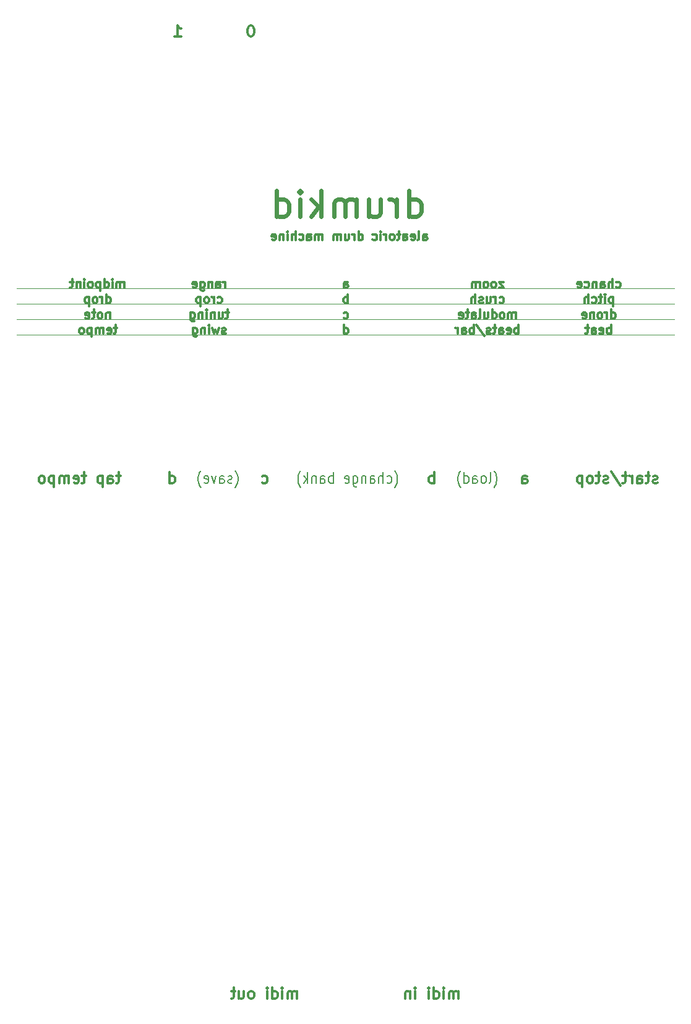
<source format=gbr>
G04 #@! TF.GenerationSoftware,KiCad,Pcbnew,(5.1.5)-3*
G04 #@! TF.CreationDate,2020-04-22T17:09:55+01:00*
G04 #@! TF.ProjectId,drumkid,6472756d-6b69-4642-9e6b-696361645f70,rev?*
G04 #@! TF.SameCoordinates,Original*
G04 #@! TF.FileFunction,Legend,Bot*
G04 #@! TF.FilePolarity,Positive*
%FSLAX46Y46*%
G04 Gerber Fmt 4.6, Leading zero omitted, Abs format (unit mm)*
G04 Created by KiCad (PCBNEW (5.1.5)-3) date 2020-04-22 17:09:55*
%MOMM*%
%LPD*%
G04 APERTURE LIST*
%ADD10C,0.150000*%
%ADD11C,0.300000*%
%ADD12C,0.100000*%
%ADD13C,0.600000*%
G04 APERTURE END LIST*
D10*
X106688095Y-98370000D02*
X106750000Y-98298571D01*
X106873809Y-98084285D01*
X106935714Y-97941428D01*
X106997619Y-97727142D01*
X107059523Y-97370000D01*
X107059523Y-97084285D01*
X106997619Y-96727142D01*
X106935714Y-96512857D01*
X106873809Y-96370000D01*
X106750000Y-96155714D01*
X106688095Y-96084285D01*
X105635714Y-97727142D02*
X105759523Y-97798571D01*
X106007142Y-97798571D01*
X106130952Y-97727142D01*
X106192857Y-97655714D01*
X106254761Y-97512857D01*
X106254761Y-97084285D01*
X106192857Y-96941428D01*
X106130952Y-96870000D01*
X106007142Y-96798571D01*
X105759523Y-96798571D01*
X105635714Y-96870000D01*
X105078571Y-97798571D02*
X105078571Y-96298571D01*
X104521428Y-97798571D02*
X104521428Y-97012857D01*
X104583333Y-96870000D01*
X104707142Y-96798571D01*
X104892857Y-96798571D01*
X105016666Y-96870000D01*
X105078571Y-96941428D01*
X103345238Y-97798571D02*
X103345238Y-97012857D01*
X103407142Y-96870000D01*
X103530952Y-96798571D01*
X103778571Y-96798571D01*
X103902380Y-96870000D01*
X103345238Y-97727142D02*
X103469047Y-97798571D01*
X103778571Y-97798571D01*
X103902380Y-97727142D01*
X103964285Y-97584285D01*
X103964285Y-97441428D01*
X103902380Y-97298571D01*
X103778571Y-97227142D01*
X103469047Y-97227142D01*
X103345238Y-97155714D01*
X102726190Y-96798571D02*
X102726190Y-97798571D01*
X102726190Y-96941428D02*
X102664285Y-96870000D01*
X102540476Y-96798571D01*
X102354761Y-96798571D01*
X102230952Y-96870000D01*
X102169047Y-97012857D01*
X102169047Y-97798571D01*
X100992857Y-96798571D02*
X100992857Y-98012857D01*
X101054761Y-98155714D01*
X101116666Y-98227142D01*
X101240476Y-98298571D01*
X101426190Y-98298571D01*
X101550000Y-98227142D01*
X100992857Y-97727142D02*
X101116666Y-97798571D01*
X101364285Y-97798571D01*
X101488095Y-97727142D01*
X101550000Y-97655714D01*
X101611904Y-97512857D01*
X101611904Y-97084285D01*
X101550000Y-96941428D01*
X101488095Y-96870000D01*
X101364285Y-96798571D01*
X101116666Y-96798571D01*
X100992857Y-96870000D01*
X99878571Y-97727142D02*
X100002380Y-97798571D01*
X100250000Y-97798571D01*
X100373809Y-97727142D01*
X100435714Y-97584285D01*
X100435714Y-97012857D01*
X100373809Y-96870000D01*
X100250000Y-96798571D01*
X100002380Y-96798571D01*
X99878571Y-96870000D01*
X99816666Y-97012857D01*
X99816666Y-97155714D01*
X100435714Y-97298571D01*
X98269047Y-97798571D02*
X98269047Y-96298571D01*
X98269047Y-96870000D02*
X98145238Y-96798571D01*
X97897619Y-96798571D01*
X97773809Y-96870000D01*
X97711904Y-96941428D01*
X97650000Y-97084285D01*
X97650000Y-97512857D01*
X97711904Y-97655714D01*
X97773809Y-97727142D01*
X97897619Y-97798571D01*
X98145238Y-97798571D01*
X98269047Y-97727142D01*
X96535714Y-97798571D02*
X96535714Y-97012857D01*
X96597619Y-96870000D01*
X96721428Y-96798571D01*
X96969047Y-96798571D01*
X97092857Y-96870000D01*
X96535714Y-97727142D02*
X96659523Y-97798571D01*
X96969047Y-97798571D01*
X97092857Y-97727142D01*
X97154761Y-97584285D01*
X97154761Y-97441428D01*
X97092857Y-97298571D01*
X96969047Y-97227142D01*
X96659523Y-97227142D01*
X96535714Y-97155714D01*
X95916666Y-96798571D02*
X95916666Y-97798571D01*
X95916666Y-96941428D02*
X95854761Y-96870000D01*
X95730952Y-96798571D01*
X95545238Y-96798571D01*
X95421428Y-96870000D01*
X95359523Y-97012857D01*
X95359523Y-97798571D01*
X94740476Y-97798571D02*
X94740476Y-96298571D01*
X94616666Y-97227142D02*
X94245238Y-97798571D01*
X94245238Y-96798571D02*
X94740476Y-97370000D01*
X93811904Y-98370000D02*
X93750000Y-98298571D01*
X93626190Y-98084285D01*
X93564285Y-97941428D01*
X93502380Y-97727142D01*
X93440476Y-97370000D01*
X93440476Y-97084285D01*
X93502380Y-96727142D01*
X93564285Y-96512857D01*
X93626190Y-96370000D01*
X93750000Y-96155714D01*
X93811904Y-96084285D01*
X84852380Y-98370000D02*
X84914285Y-98298571D01*
X85038095Y-98084285D01*
X85100000Y-97941428D01*
X85161904Y-97727142D01*
X85223809Y-97370000D01*
X85223809Y-97084285D01*
X85161904Y-96727142D01*
X85100000Y-96512857D01*
X85038095Y-96370000D01*
X84914285Y-96155714D01*
X84852380Y-96084285D01*
X84419047Y-97727142D02*
X84295238Y-97798571D01*
X84047619Y-97798571D01*
X83923809Y-97727142D01*
X83861904Y-97584285D01*
X83861904Y-97512857D01*
X83923809Y-97370000D01*
X84047619Y-97298571D01*
X84233333Y-97298571D01*
X84357142Y-97227142D01*
X84419047Y-97084285D01*
X84419047Y-97012857D01*
X84357142Y-96870000D01*
X84233333Y-96798571D01*
X84047619Y-96798571D01*
X83923809Y-96870000D01*
X82747619Y-97798571D02*
X82747619Y-97012857D01*
X82809523Y-96870000D01*
X82933333Y-96798571D01*
X83180952Y-96798571D01*
X83304761Y-96870000D01*
X82747619Y-97727142D02*
X82871428Y-97798571D01*
X83180952Y-97798571D01*
X83304761Y-97727142D01*
X83366666Y-97584285D01*
X83366666Y-97441428D01*
X83304761Y-97298571D01*
X83180952Y-97227142D01*
X82871428Y-97227142D01*
X82747619Y-97155714D01*
X82252380Y-96798571D02*
X81942857Y-97798571D01*
X81633333Y-96798571D01*
X80642857Y-97727142D02*
X80766666Y-97798571D01*
X81014285Y-97798571D01*
X81138095Y-97727142D01*
X81200000Y-97584285D01*
X81200000Y-97012857D01*
X81138095Y-96870000D01*
X81014285Y-96798571D01*
X80766666Y-96798571D01*
X80642857Y-96870000D01*
X80580952Y-97012857D01*
X80580952Y-97155714D01*
X81200000Y-97298571D01*
X80147619Y-98370000D02*
X80085714Y-98298571D01*
X79961904Y-98084285D01*
X79900000Y-97941428D01*
X79838095Y-97727142D01*
X79776190Y-97370000D01*
X79776190Y-97084285D01*
X79838095Y-96727142D01*
X79900000Y-96512857D01*
X79961904Y-96370000D01*
X80085714Y-96155714D01*
X80147619Y-96084285D01*
X120290476Y-98370000D02*
X120352380Y-98298571D01*
X120476190Y-98084285D01*
X120538095Y-97941428D01*
X120600000Y-97727142D01*
X120661904Y-97370000D01*
X120661904Y-97084285D01*
X120600000Y-96727142D01*
X120538095Y-96512857D01*
X120476190Y-96370000D01*
X120352380Y-96155714D01*
X120290476Y-96084285D01*
X119609523Y-97798571D02*
X119733333Y-97727142D01*
X119795238Y-97584285D01*
X119795238Y-96298571D01*
X118928571Y-97798571D02*
X119052380Y-97727142D01*
X119114285Y-97655714D01*
X119176190Y-97512857D01*
X119176190Y-97084285D01*
X119114285Y-96941428D01*
X119052380Y-96870000D01*
X118928571Y-96798571D01*
X118742857Y-96798571D01*
X118619047Y-96870000D01*
X118557142Y-96941428D01*
X118495238Y-97084285D01*
X118495238Y-97512857D01*
X118557142Y-97655714D01*
X118619047Y-97727142D01*
X118742857Y-97798571D01*
X118928571Y-97798571D01*
X117380952Y-97798571D02*
X117380952Y-97012857D01*
X117442857Y-96870000D01*
X117566666Y-96798571D01*
X117814285Y-96798571D01*
X117938095Y-96870000D01*
X117380952Y-97727142D02*
X117504761Y-97798571D01*
X117814285Y-97798571D01*
X117938095Y-97727142D01*
X118000000Y-97584285D01*
X118000000Y-97441428D01*
X117938095Y-97298571D01*
X117814285Y-97227142D01*
X117504761Y-97227142D01*
X117380952Y-97155714D01*
X116204761Y-97798571D02*
X116204761Y-96298571D01*
X116204761Y-97727142D02*
X116328571Y-97798571D01*
X116576190Y-97798571D01*
X116700000Y-97727142D01*
X116761904Y-97655714D01*
X116823809Y-97512857D01*
X116823809Y-97084285D01*
X116761904Y-96941428D01*
X116700000Y-96870000D01*
X116576190Y-96798571D01*
X116328571Y-96798571D01*
X116204761Y-96870000D01*
X115709523Y-98370000D02*
X115647619Y-98298571D01*
X115523809Y-98084285D01*
X115461904Y-97941428D01*
X115400000Y-97727142D01*
X115338095Y-97370000D01*
X115338095Y-97084285D01*
X115400000Y-96727142D01*
X115461904Y-96512857D01*
X115523809Y-96370000D01*
X115647619Y-96155714D01*
X115709523Y-96084285D01*
D11*
X99742857Y-71052857D02*
X99742857Y-70424285D01*
X99800000Y-70310000D01*
X99914285Y-70252857D01*
X100142857Y-70252857D01*
X100257142Y-70310000D01*
X99742857Y-70995714D02*
X99857142Y-71052857D01*
X100142857Y-71052857D01*
X100257142Y-70995714D01*
X100314285Y-70881428D01*
X100314285Y-70767142D01*
X100257142Y-70652857D01*
X100142857Y-70595714D01*
X99857142Y-70595714D01*
X99742857Y-70538571D01*
X100257142Y-73152857D02*
X100257142Y-71952857D01*
X100257142Y-72410000D02*
X100142857Y-72352857D01*
X99914285Y-72352857D01*
X99800000Y-72410000D01*
X99742857Y-72467142D01*
X99685714Y-72581428D01*
X99685714Y-72924285D01*
X99742857Y-73038571D01*
X99800000Y-73095714D01*
X99914285Y-73152857D01*
X100142857Y-73152857D01*
X100257142Y-73095714D01*
X99714285Y-75195714D02*
X99828571Y-75252857D01*
X100057142Y-75252857D01*
X100171428Y-75195714D01*
X100228571Y-75138571D01*
X100285714Y-75024285D01*
X100285714Y-74681428D01*
X100228571Y-74567142D01*
X100171428Y-74510000D01*
X100057142Y-74452857D01*
X99828571Y-74452857D01*
X99714285Y-74510000D01*
X99742857Y-77352857D02*
X99742857Y-76152857D01*
X99742857Y-77295714D02*
X99857142Y-77352857D01*
X100085714Y-77352857D01*
X100200000Y-77295714D01*
X100257142Y-77238571D01*
X100314285Y-77124285D01*
X100314285Y-76781428D01*
X100257142Y-76667142D01*
X100200000Y-76610000D01*
X100085714Y-76552857D01*
X99857142Y-76552857D01*
X99742857Y-76610000D01*
D12*
X144932400Y-77470000D02*
X54991000Y-77470000D01*
X144932400Y-75387200D02*
X54991000Y-75387200D01*
X144932400Y-71170800D02*
X54991000Y-71170800D01*
X144932400Y-73279000D02*
X54965600Y-73279000D01*
D11*
X69640000Y-71052857D02*
X69640000Y-70252857D01*
X69640000Y-70367142D02*
X69582857Y-70310000D01*
X69468571Y-70252857D01*
X69297142Y-70252857D01*
X69182857Y-70310000D01*
X69125714Y-70424285D01*
X69125714Y-71052857D01*
X69125714Y-70424285D02*
X69068571Y-70310000D01*
X68954285Y-70252857D01*
X68782857Y-70252857D01*
X68668571Y-70310000D01*
X68611428Y-70424285D01*
X68611428Y-71052857D01*
X68040000Y-71052857D02*
X68040000Y-70252857D01*
X68040000Y-69852857D02*
X68097142Y-69910000D01*
X68040000Y-69967142D01*
X67982857Y-69910000D01*
X68040000Y-69852857D01*
X68040000Y-69967142D01*
X66954285Y-71052857D02*
X66954285Y-69852857D01*
X66954285Y-70995714D02*
X67068571Y-71052857D01*
X67297142Y-71052857D01*
X67411428Y-70995714D01*
X67468571Y-70938571D01*
X67525714Y-70824285D01*
X67525714Y-70481428D01*
X67468571Y-70367142D01*
X67411428Y-70310000D01*
X67297142Y-70252857D01*
X67068571Y-70252857D01*
X66954285Y-70310000D01*
X66382857Y-70252857D02*
X66382857Y-71452857D01*
X66382857Y-70310000D02*
X66268571Y-70252857D01*
X66040000Y-70252857D01*
X65925714Y-70310000D01*
X65868571Y-70367142D01*
X65811428Y-70481428D01*
X65811428Y-70824285D01*
X65868571Y-70938571D01*
X65925714Y-70995714D01*
X66040000Y-71052857D01*
X66268571Y-71052857D01*
X66382857Y-70995714D01*
X65125714Y-71052857D02*
X65240000Y-70995714D01*
X65297142Y-70938571D01*
X65354285Y-70824285D01*
X65354285Y-70481428D01*
X65297142Y-70367142D01*
X65240000Y-70310000D01*
X65125714Y-70252857D01*
X64954285Y-70252857D01*
X64840000Y-70310000D01*
X64782857Y-70367142D01*
X64725714Y-70481428D01*
X64725714Y-70824285D01*
X64782857Y-70938571D01*
X64840000Y-70995714D01*
X64954285Y-71052857D01*
X65125714Y-71052857D01*
X64211428Y-71052857D02*
X64211428Y-70252857D01*
X64211428Y-69852857D02*
X64268571Y-69910000D01*
X64211428Y-69967142D01*
X64154285Y-69910000D01*
X64211428Y-69852857D01*
X64211428Y-69967142D01*
X63640000Y-70252857D02*
X63640000Y-71052857D01*
X63640000Y-70367142D02*
X63582857Y-70310000D01*
X63468571Y-70252857D01*
X63297142Y-70252857D01*
X63182857Y-70310000D01*
X63125714Y-70424285D01*
X63125714Y-71052857D01*
X62725714Y-70252857D02*
X62268571Y-70252857D01*
X62554285Y-69852857D02*
X62554285Y-70881428D01*
X62497142Y-70995714D01*
X62382857Y-71052857D01*
X62268571Y-71052857D01*
X67240000Y-73152857D02*
X67240000Y-71952857D01*
X67240000Y-73095714D02*
X67354285Y-73152857D01*
X67582857Y-73152857D01*
X67697142Y-73095714D01*
X67754285Y-73038571D01*
X67811428Y-72924285D01*
X67811428Y-72581428D01*
X67754285Y-72467142D01*
X67697142Y-72410000D01*
X67582857Y-72352857D01*
X67354285Y-72352857D01*
X67240000Y-72410000D01*
X66668571Y-73152857D02*
X66668571Y-72352857D01*
X66668571Y-72581428D02*
X66611428Y-72467142D01*
X66554285Y-72410000D01*
X66440000Y-72352857D01*
X66325714Y-72352857D01*
X65754285Y-73152857D02*
X65868571Y-73095714D01*
X65925714Y-73038571D01*
X65982857Y-72924285D01*
X65982857Y-72581428D01*
X65925714Y-72467142D01*
X65868571Y-72410000D01*
X65754285Y-72352857D01*
X65582857Y-72352857D01*
X65468571Y-72410000D01*
X65411428Y-72467142D01*
X65354285Y-72581428D01*
X65354285Y-72924285D01*
X65411428Y-73038571D01*
X65468571Y-73095714D01*
X65582857Y-73152857D01*
X65754285Y-73152857D01*
X64840000Y-72352857D02*
X64840000Y-73552857D01*
X64840000Y-72410000D02*
X64725714Y-72352857D01*
X64497142Y-72352857D01*
X64382857Y-72410000D01*
X64325714Y-72467142D01*
X64268571Y-72581428D01*
X64268571Y-72924285D01*
X64325714Y-73038571D01*
X64382857Y-73095714D01*
X64497142Y-73152857D01*
X64725714Y-73152857D01*
X64840000Y-73095714D01*
X67697142Y-74452857D02*
X67697142Y-75252857D01*
X67697142Y-74567142D02*
X67640000Y-74510000D01*
X67525714Y-74452857D01*
X67354285Y-74452857D01*
X67240000Y-74510000D01*
X67182857Y-74624285D01*
X67182857Y-75252857D01*
X66440000Y-75252857D02*
X66554285Y-75195714D01*
X66611428Y-75138571D01*
X66668571Y-75024285D01*
X66668571Y-74681428D01*
X66611428Y-74567142D01*
X66554285Y-74510000D01*
X66440000Y-74452857D01*
X66268571Y-74452857D01*
X66154285Y-74510000D01*
X66097142Y-74567142D01*
X66040000Y-74681428D01*
X66040000Y-75024285D01*
X66097142Y-75138571D01*
X66154285Y-75195714D01*
X66268571Y-75252857D01*
X66440000Y-75252857D01*
X65697142Y-74452857D02*
X65240000Y-74452857D01*
X65525714Y-74052857D02*
X65525714Y-75081428D01*
X65468571Y-75195714D01*
X65354285Y-75252857D01*
X65240000Y-75252857D01*
X64382857Y-75195714D02*
X64497142Y-75252857D01*
X64725714Y-75252857D01*
X64840000Y-75195714D01*
X64897142Y-75081428D01*
X64897142Y-74624285D01*
X64840000Y-74510000D01*
X64725714Y-74452857D01*
X64497142Y-74452857D01*
X64382857Y-74510000D01*
X64325714Y-74624285D01*
X64325714Y-74738571D01*
X64897142Y-74852857D01*
X68668571Y-76552857D02*
X68211428Y-76552857D01*
X68497142Y-76152857D02*
X68497142Y-77181428D01*
X68440000Y-77295714D01*
X68325714Y-77352857D01*
X68211428Y-77352857D01*
X67354285Y-77295714D02*
X67468571Y-77352857D01*
X67697142Y-77352857D01*
X67811428Y-77295714D01*
X67868571Y-77181428D01*
X67868571Y-76724285D01*
X67811428Y-76610000D01*
X67697142Y-76552857D01*
X67468571Y-76552857D01*
X67354285Y-76610000D01*
X67297142Y-76724285D01*
X67297142Y-76838571D01*
X67868571Y-76952857D01*
X66782857Y-77352857D02*
X66782857Y-76552857D01*
X66782857Y-76667142D02*
X66725714Y-76610000D01*
X66611428Y-76552857D01*
X66440000Y-76552857D01*
X66325714Y-76610000D01*
X66268571Y-76724285D01*
X66268571Y-77352857D01*
X66268571Y-76724285D02*
X66211428Y-76610000D01*
X66097142Y-76552857D01*
X65925714Y-76552857D01*
X65811428Y-76610000D01*
X65754285Y-76724285D01*
X65754285Y-77352857D01*
X65182857Y-76552857D02*
X65182857Y-77752857D01*
X65182857Y-76610000D02*
X65068571Y-76552857D01*
X64840000Y-76552857D01*
X64725714Y-76610000D01*
X64668571Y-76667142D01*
X64611428Y-76781428D01*
X64611428Y-77124285D01*
X64668571Y-77238571D01*
X64725714Y-77295714D01*
X64840000Y-77352857D01*
X65068571Y-77352857D01*
X65182857Y-77295714D01*
X63925714Y-77352857D02*
X64040000Y-77295714D01*
X64097142Y-77238571D01*
X64154285Y-77124285D01*
X64154285Y-76781428D01*
X64097142Y-76667142D01*
X64040000Y-76610000D01*
X63925714Y-76552857D01*
X63754285Y-76552857D01*
X63640000Y-76610000D01*
X63582857Y-76667142D01*
X63525714Y-76781428D01*
X63525714Y-77124285D01*
X63582857Y-77238571D01*
X63640000Y-77295714D01*
X63754285Y-77352857D01*
X63925714Y-77352857D01*
X83508571Y-71052857D02*
X83508571Y-70252857D01*
X83508571Y-70481428D02*
X83451428Y-70367142D01*
X83394285Y-70310000D01*
X83280000Y-70252857D01*
X83165714Y-70252857D01*
X82251428Y-71052857D02*
X82251428Y-70424285D01*
X82308571Y-70310000D01*
X82422857Y-70252857D01*
X82651428Y-70252857D01*
X82765714Y-70310000D01*
X82251428Y-70995714D02*
X82365714Y-71052857D01*
X82651428Y-71052857D01*
X82765714Y-70995714D01*
X82822857Y-70881428D01*
X82822857Y-70767142D01*
X82765714Y-70652857D01*
X82651428Y-70595714D01*
X82365714Y-70595714D01*
X82251428Y-70538571D01*
X81680000Y-70252857D02*
X81680000Y-71052857D01*
X81680000Y-70367142D02*
X81622857Y-70310000D01*
X81508571Y-70252857D01*
X81337142Y-70252857D01*
X81222857Y-70310000D01*
X81165714Y-70424285D01*
X81165714Y-71052857D01*
X80080000Y-70252857D02*
X80080000Y-71224285D01*
X80137142Y-71338571D01*
X80194285Y-71395714D01*
X80308571Y-71452857D01*
X80480000Y-71452857D01*
X80594285Y-71395714D01*
X80080000Y-70995714D02*
X80194285Y-71052857D01*
X80422857Y-71052857D01*
X80537142Y-70995714D01*
X80594285Y-70938571D01*
X80651428Y-70824285D01*
X80651428Y-70481428D01*
X80594285Y-70367142D01*
X80537142Y-70310000D01*
X80422857Y-70252857D01*
X80194285Y-70252857D01*
X80080000Y-70310000D01*
X79051428Y-70995714D02*
X79165714Y-71052857D01*
X79394285Y-71052857D01*
X79508571Y-70995714D01*
X79565714Y-70881428D01*
X79565714Y-70424285D01*
X79508571Y-70310000D01*
X79394285Y-70252857D01*
X79165714Y-70252857D01*
X79051428Y-70310000D01*
X78994285Y-70424285D01*
X78994285Y-70538571D01*
X79565714Y-70652857D01*
X82451428Y-73095714D02*
X82565714Y-73152857D01*
X82794285Y-73152857D01*
X82908571Y-73095714D01*
X82965714Y-73038571D01*
X83022857Y-72924285D01*
X83022857Y-72581428D01*
X82965714Y-72467142D01*
X82908571Y-72410000D01*
X82794285Y-72352857D01*
X82565714Y-72352857D01*
X82451428Y-72410000D01*
X81937142Y-73152857D02*
X81937142Y-72352857D01*
X81937142Y-72581428D02*
X81880000Y-72467142D01*
X81822857Y-72410000D01*
X81708571Y-72352857D01*
X81594285Y-72352857D01*
X81022857Y-73152857D02*
X81137142Y-73095714D01*
X81194285Y-73038571D01*
X81251428Y-72924285D01*
X81251428Y-72581428D01*
X81194285Y-72467142D01*
X81137142Y-72410000D01*
X81022857Y-72352857D01*
X80851428Y-72352857D01*
X80737142Y-72410000D01*
X80680000Y-72467142D01*
X80622857Y-72581428D01*
X80622857Y-72924285D01*
X80680000Y-73038571D01*
X80737142Y-73095714D01*
X80851428Y-73152857D01*
X81022857Y-73152857D01*
X80108571Y-72352857D02*
X80108571Y-73552857D01*
X80108571Y-72410000D02*
X79994285Y-72352857D01*
X79765714Y-72352857D01*
X79651428Y-72410000D01*
X79594285Y-72467142D01*
X79537142Y-72581428D01*
X79537142Y-72924285D01*
X79594285Y-73038571D01*
X79651428Y-73095714D01*
X79765714Y-73152857D01*
X79994285Y-73152857D01*
X80108571Y-73095714D01*
X83965714Y-74452857D02*
X83508571Y-74452857D01*
X83794285Y-74052857D02*
X83794285Y-75081428D01*
X83737142Y-75195714D01*
X83622857Y-75252857D01*
X83508571Y-75252857D01*
X82594285Y-74452857D02*
X82594285Y-75252857D01*
X83108571Y-74452857D02*
X83108571Y-75081428D01*
X83051428Y-75195714D01*
X82937142Y-75252857D01*
X82765714Y-75252857D01*
X82651428Y-75195714D01*
X82594285Y-75138571D01*
X82022857Y-74452857D02*
X82022857Y-75252857D01*
X82022857Y-74567142D02*
X81965714Y-74510000D01*
X81851428Y-74452857D01*
X81680000Y-74452857D01*
X81565714Y-74510000D01*
X81508571Y-74624285D01*
X81508571Y-75252857D01*
X80937142Y-75252857D02*
X80937142Y-74452857D01*
X80937142Y-74052857D02*
X80994285Y-74110000D01*
X80937142Y-74167142D01*
X80880000Y-74110000D01*
X80937142Y-74052857D01*
X80937142Y-74167142D01*
X80365714Y-74452857D02*
X80365714Y-75252857D01*
X80365714Y-74567142D02*
X80308571Y-74510000D01*
X80194285Y-74452857D01*
X80022857Y-74452857D01*
X79908571Y-74510000D01*
X79851428Y-74624285D01*
X79851428Y-75252857D01*
X78765714Y-74452857D02*
X78765714Y-75424285D01*
X78822857Y-75538571D01*
X78880000Y-75595714D01*
X78994285Y-75652857D01*
X79165714Y-75652857D01*
X79280000Y-75595714D01*
X78765714Y-75195714D02*
X78880000Y-75252857D01*
X79108571Y-75252857D01*
X79222857Y-75195714D01*
X79280000Y-75138571D01*
X79337142Y-75024285D01*
X79337142Y-74681428D01*
X79280000Y-74567142D01*
X79222857Y-74510000D01*
X79108571Y-74452857D01*
X78880000Y-74452857D01*
X78765714Y-74510000D01*
X83537142Y-77295714D02*
X83422857Y-77352857D01*
X83194285Y-77352857D01*
X83080000Y-77295714D01*
X83022857Y-77181428D01*
X83022857Y-77124285D01*
X83080000Y-77010000D01*
X83194285Y-76952857D01*
X83365714Y-76952857D01*
X83480000Y-76895714D01*
X83537142Y-76781428D01*
X83537142Y-76724285D01*
X83480000Y-76610000D01*
X83365714Y-76552857D01*
X83194285Y-76552857D01*
X83080000Y-76610000D01*
X82622857Y-76552857D02*
X82394285Y-77352857D01*
X82165714Y-76781428D01*
X81937142Y-77352857D01*
X81708571Y-76552857D01*
X81251428Y-77352857D02*
X81251428Y-76552857D01*
X81251428Y-76152857D02*
X81308571Y-76210000D01*
X81251428Y-76267142D01*
X81194285Y-76210000D01*
X81251428Y-76152857D01*
X81251428Y-76267142D01*
X80680000Y-76552857D02*
X80680000Y-77352857D01*
X80680000Y-76667142D02*
X80622857Y-76610000D01*
X80508571Y-76552857D01*
X80337142Y-76552857D01*
X80222857Y-76610000D01*
X80165714Y-76724285D01*
X80165714Y-77352857D01*
X79080000Y-76552857D02*
X79080000Y-77524285D01*
X79137142Y-77638571D01*
X79194285Y-77695714D01*
X79308571Y-77752857D01*
X79480000Y-77752857D01*
X79594285Y-77695714D01*
X79080000Y-77295714D02*
X79194285Y-77352857D01*
X79422857Y-77352857D01*
X79537142Y-77295714D01*
X79594285Y-77238571D01*
X79651428Y-77124285D01*
X79651428Y-76781428D01*
X79594285Y-76667142D01*
X79537142Y-76610000D01*
X79422857Y-76552857D01*
X79194285Y-76552857D01*
X79080000Y-76610000D01*
X121580000Y-70252857D02*
X120951428Y-70252857D01*
X121580000Y-71052857D01*
X120951428Y-71052857D01*
X120322857Y-71052857D02*
X120437142Y-70995714D01*
X120494285Y-70938571D01*
X120551428Y-70824285D01*
X120551428Y-70481428D01*
X120494285Y-70367142D01*
X120437142Y-70310000D01*
X120322857Y-70252857D01*
X120151428Y-70252857D01*
X120037142Y-70310000D01*
X119980000Y-70367142D01*
X119922857Y-70481428D01*
X119922857Y-70824285D01*
X119980000Y-70938571D01*
X120037142Y-70995714D01*
X120151428Y-71052857D01*
X120322857Y-71052857D01*
X119237142Y-71052857D02*
X119351428Y-70995714D01*
X119408571Y-70938571D01*
X119465714Y-70824285D01*
X119465714Y-70481428D01*
X119408571Y-70367142D01*
X119351428Y-70310000D01*
X119237142Y-70252857D01*
X119065714Y-70252857D01*
X118951428Y-70310000D01*
X118894285Y-70367142D01*
X118837142Y-70481428D01*
X118837142Y-70824285D01*
X118894285Y-70938571D01*
X118951428Y-70995714D01*
X119065714Y-71052857D01*
X119237142Y-71052857D01*
X118322857Y-71052857D02*
X118322857Y-70252857D01*
X118322857Y-70367142D02*
X118265714Y-70310000D01*
X118151428Y-70252857D01*
X117980000Y-70252857D01*
X117865714Y-70310000D01*
X117808571Y-70424285D01*
X117808571Y-71052857D01*
X117808571Y-70424285D02*
X117751428Y-70310000D01*
X117637142Y-70252857D01*
X117465714Y-70252857D01*
X117351428Y-70310000D01*
X117294285Y-70424285D01*
X117294285Y-71052857D01*
X121037142Y-73095714D02*
X121151428Y-73152857D01*
X121380000Y-73152857D01*
X121494285Y-73095714D01*
X121551428Y-73038571D01*
X121608571Y-72924285D01*
X121608571Y-72581428D01*
X121551428Y-72467142D01*
X121494285Y-72410000D01*
X121380000Y-72352857D01*
X121151428Y-72352857D01*
X121037142Y-72410000D01*
X120522857Y-73152857D02*
X120522857Y-72352857D01*
X120522857Y-72581428D02*
X120465714Y-72467142D01*
X120408571Y-72410000D01*
X120294285Y-72352857D01*
X120180000Y-72352857D01*
X119265714Y-72352857D02*
X119265714Y-73152857D01*
X119780000Y-72352857D02*
X119780000Y-72981428D01*
X119722857Y-73095714D01*
X119608571Y-73152857D01*
X119437142Y-73152857D01*
X119322857Y-73095714D01*
X119265714Y-73038571D01*
X118751428Y-73095714D02*
X118637142Y-73152857D01*
X118408571Y-73152857D01*
X118294285Y-73095714D01*
X118237142Y-72981428D01*
X118237142Y-72924285D01*
X118294285Y-72810000D01*
X118408571Y-72752857D01*
X118580000Y-72752857D01*
X118694285Y-72695714D01*
X118751428Y-72581428D01*
X118751428Y-72524285D01*
X118694285Y-72410000D01*
X118580000Y-72352857D01*
X118408571Y-72352857D01*
X118294285Y-72410000D01*
X117722857Y-73152857D02*
X117722857Y-71952857D01*
X117208571Y-73152857D02*
X117208571Y-72524285D01*
X117265714Y-72410000D01*
X117380000Y-72352857D01*
X117551428Y-72352857D01*
X117665714Y-72410000D01*
X117722857Y-72467142D01*
X123237142Y-75252857D02*
X123237142Y-74452857D01*
X123237142Y-74567142D02*
X123180000Y-74510000D01*
X123065714Y-74452857D01*
X122894285Y-74452857D01*
X122780000Y-74510000D01*
X122722857Y-74624285D01*
X122722857Y-75252857D01*
X122722857Y-74624285D02*
X122665714Y-74510000D01*
X122551428Y-74452857D01*
X122380000Y-74452857D01*
X122265714Y-74510000D01*
X122208571Y-74624285D01*
X122208571Y-75252857D01*
X121465714Y-75252857D02*
X121580000Y-75195714D01*
X121637142Y-75138571D01*
X121694285Y-75024285D01*
X121694285Y-74681428D01*
X121637142Y-74567142D01*
X121580000Y-74510000D01*
X121465714Y-74452857D01*
X121294285Y-74452857D01*
X121180000Y-74510000D01*
X121122857Y-74567142D01*
X121065714Y-74681428D01*
X121065714Y-75024285D01*
X121122857Y-75138571D01*
X121180000Y-75195714D01*
X121294285Y-75252857D01*
X121465714Y-75252857D01*
X120037142Y-75252857D02*
X120037142Y-74052857D01*
X120037142Y-75195714D02*
X120151428Y-75252857D01*
X120380000Y-75252857D01*
X120494285Y-75195714D01*
X120551428Y-75138571D01*
X120608571Y-75024285D01*
X120608571Y-74681428D01*
X120551428Y-74567142D01*
X120494285Y-74510000D01*
X120380000Y-74452857D01*
X120151428Y-74452857D01*
X120037142Y-74510000D01*
X118951428Y-74452857D02*
X118951428Y-75252857D01*
X119465714Y-74452857D02*
X119465714Y-75081428D01*
X119408571Y-75195714D01*
X119294285Y-75252857D01*
X119122857Y-75252857D01*
X119008571Y-75195714D01*
X118951428Y-75138571D01*
X118208571Y-75252857D02*
X118322857Y-75195714D01*
X118380000Y-75081428D01*
X118380000Y-74052857D01*
X117237142Y-75252857D02*
X117237142Y-74624285D01*
X117294285Y-74510000D01*
X117408571Y-74452857D01*
X117637142Y-74452857D01*
X117751428Y-74510000D01*
X117237142Y-75195714D02*
X117351428Y-75252857D01*
X117637142Y-75252857D01*
X117751428Y-75195714D01*
X117808571Y-75081428D01*
X117808571Y-74967142D01*
X117751428Y-74852857D01*
X117637142Y-74795714D01*
X117351428Y-74795714D01*
X117237142Y-74738571D01*
X116837142Y-74452857D02*
X116380000Y-74452857D01*
X116665714Y-74052857D02*
X116665714Y-75081428D01*
X116608571Y-75195714D01*
X116494285Y-75252857D01*
X116380000Y-75252857D01*
X115522857Y-75195714D02*
X115637142Y-75252857D01*
X115865714Y-75252857D01*
X115980000Y-75195714D01*
X116037142Y-75081428D01*
X116037142Y-74624285D01*
X115980000Y-74510000D01*
X115865714Y-74452857D01*
X115637142Y-74452857D01*
X115522857Y-74510000D01*
X115465714Y-74624285D01*
X115465714Y-74738571D01*
X116037142Y-74852857D01*
X123608571Y-77352857D02*
X123608571Y-76152857D01*
X123608571Y-76610000D02*
X123494285Y-76552857D01*
X123265714Y-76552857D01*
X123151428Y-76610000D01*
X123094285Y-76667142D01*
X123037142Y-76781428D01*
X123037142Y-77124285D01*
X123094285Y-77238571D01*
X123151428Y-77295714D01*
X123265714Y-77352857D01*
X123494285Y-77352857D01*
X123608571Y-77295714D01*
X122065714Y-77295714D02*
X122180000Y-77352857D01*
X122408571Y-77352857D01*
X122522857Y-77295714D01*
X122580000Y-77181428D01*
X122580000Y-76724285D01*
X122522857Y-76610000D01*
X122408571Y-76552857D01*
X122180000Y-76552857D01*
X122065714Y-76610000D01*
X122008571Y-76724285D01*
X122008571Y-76838571D01*
X122580000Y-76952857D01*
X120980000Y-77352857D02*
X120980000Y-76724285D01*
X121037142Y-76610000D01*
X121151428Y-76552857D01*
X121380000Y-76552857D01*
X121494285Y-76610000D01*
X120980000Y-77295714D02*
X121094285Y-77352857D01*
X121380000Y-77352857D01*
X121494285Y-77295714D01*
X121551428Y-77181428D01*
X121551428Y-77067142D01*
X121494285Y-76952857D01*
X121380000Y-76895714D01*
X121094285Y-76895714D01*
X120980000Y-76838571D01*
X120580000Y-76552857D02*
X120122857Y-76552857D01*
X120408571Y-76152857D02*
X120408571Y-77181428D01*
X120351428Y-77295714D01*
X120237142Y-77352857D01*
X120122857Y-77352857D01*
X119780000Y-77295714D02*
X119665714Y-77352857D01*
X119437142Y-77352857D01*
X119322857Y-77295714D01*
X119265714Y-77181428D01*
X119265714Y-77124285D01*
X119322857Y-77010000D01*
X119437142Y-76952857D01*
X119608571Y-76952857D01*
X119722857Y-76895714D01*
X119780000Y-76781428D01*
X119780000Y-76724285D01*
X119722857Y-76610000D01*
X119608571Y-76552857D01*
X119437142Y-76552857D01*
X119322857Y-76610000D01*
X117894285Y-76095714D02*
X118922857Y-77638571D01*
X117494285Y-77352857D02*
X117494285Y-76152857D01*
X117494285Y-76610000D02*
X117380000Y-76552857D01*
X117151428Y-76552857D01*
X117037142Y-76610000D01*
X116980000Y-76667142D01*
X116922857Y-76781428D01*
X116922857Y-77124285D01*
X116980000Y-77238571D01*
X117037142Y-77295714D01*
X117151428Y-77352857D01*
X117380000Y-77352857D01*
X117494285Y-77295714D01*
X115894285Y-77352857D02*
X115894285Y-76724285D01*
X115951428Y-76610000D01*
X116065714Y-76552857D01*
X116294285Y-76552857D01*
X116408571Y-76610000D01*
X115894285Y-77295714D02*
X116008571Y-77352857D01*
X116294285Y-77352857D01*
X116408571Y-77295714D01*
X116465714Y-77181428D01*
X116465714Y-77067142D01*
X116408571Y-76952857D01*
X116294285Y-76895714D01*
X116008571Y-76895714D01*
X115894285Y-76838571D01*
X115322857Y-77352857D02*
X115322857Y-76552857D01*
X115322857Y-76781428D02*
X115265714Y-76667142D01*
X115208571Y-76610000D01*
X115094285Y-76552857D01*
X114980000Y-76552857D01*
X136991428Y-70995714D02*
X137105714Y-71052857D01*
X137334285Y-71052857D01*
X137448571Y-70995714D01*
X137505714Y-70938571D01*
X137562857Y-70824285D01*
X137562857Y-70481428D01*
X137505714Y-70367142D01*
X137448571Y-70310000D01*
X137334285Y-70252857D01*
X137105714Y-70252857D01*
X136991428Y-70310000D01*
X136477142Y-71052857D02*
X136477142Y-69852857D01*
X135962857Y-71052857D02*
X135962857Y-70424285D01*
X136020000Y-70310000D01*
X136134285Y-70252857D01*
X136305714Y-70252857D01*
X136420000Y-70310000D01*
X136477142Y-70367142D01*
X134877142Y-71052857D02*
X134877142Y-70424285D01*
X134934285Y-70310000D01*
X135048571Y-70252857D01*
X135277142Y-70252857D01*
X135391428Y-70310000D01*
X134877142Y-70995714D02*
X134991428Y-71052857D01*
X135277142Y-71052857D01*
X135391428Y-70995714D01*
X135448571Y-70881428D01*
X135448571Y-70767142D01*
X135391428Y-70652857D01*
X135277142Y-70595714D01*
X134991428Y-70595714D01*
X134877142Y-70538571D01*
X134305714Y-70252857D02*
X134305714Y-71052857D01*
X134305714Y-70367142D02*
X134248571Y-70310000D01*
X134134285Y-70252857D01*
X133962857Y-70252857D01*
X133848571Y-70310000D01*
X133791428Y-70424285D01*
X133791428Y-71052857D01*
X132705714Y-70995714D02*
X132820000Y-71052857D01*
X133048571Y-71052857D01*
X133162857Y-70995714D01*
X133220000Y-70938571D01*
X133277142Y-70824285D01*
X133277142Y-70481428D01*
X133220000Y-70367142D01*
X133162857Y-70310000D01*
X133048571Y-70252857D01*
X132820000Y-70252857D01*
X132705714Y-70310000D01*
X131734285Y-70995714D02*
X131848571Y-71052857D01*
X132077142Y-71052857D01*
X132191428Y-70995714D01*
X132248571Y-70881428D01*
X132248571Y-70424285D01*
X132191428Y-70310000D01*
X132077142Y-70252857D01*
X131848571Y-70252857D01*
X131734285Y-70310000D01*
X131677142Y-70424285D01*
X131677142Y-70538571D01*
X132248571Y-70652857D01*
X136562857Y-72352857D02*
X136562857Y-73552857D01*
X136562857Y-72410000D02*
X136448571Y-72352857D01*
X136220000Y-72352857D01*
X136105714Y-72410000D01*
X136048571Y-72467142D01*
X135991428Y-72581428D01*
X135991428Y-72924285D01*
X136048571Y-73038571D01*
X136105714Y-73095714D01*
X136220000Y-73152857D01*
X136448571Y-73152857D01*
X136562857Y-73095714D01*
X135477142Y-73152857D02*
X135477142Y-72352857D01*
X135477142Y-71952857D02*
X135534285Y-72010000D01*
X135477142Y-72067142D01*
X135420000Y-72010000D01*
X135477142Y-71952857D01*
X135477142Y-72067142D01*
X135077142Y-72352857D02*
X134620000Y-72352857D01*
X134905714Y-71952857D02*
X134905714Y-72981428D01*
X134848571Y-73095714D01*
X134734285Y-73152857D01*
X134620000Y-73152857D01*
X133705714Y-73095714D02*
X133820000Y-73152857D01*
X134048571Y-73152857D01*
X134162857Y-73095714D01*
X134220000Y-73038571D01*
X134277142Y-72924285D01*
X134277142Y-72581428D01*
X134220000Y-72467142D01*
X134162857Y-72410000D01*
X134048571Y-72352857D01*
X133820000Y-72352857D01*
X133705714Y-72410000D01*
X133191428Y-73152857D02*
X133191428Y-71952857D01*
X132677142Y-73152857D02*
X132677142Y-72524285D01*
X132734285Y-72410000D01*
X132848571Y-72352857D01*
X133020000Y-72352857D01*
X133134285Y-72410000D01*
X133191428Y-72467142D01*
X136334285Y-75252857D02*
X136334285Y-74052857D01*
X136334285Y-75195714D02*
X136448571Y-75252857D01*
X136677142Y-75252857D01*
X136791428Y-75195714D01*
X136848571Y-75138571D01*
X136905714Y-75024285D01*
X136905714Y-74681428D01*
X136848571Y-74567142D01*
X136791428Y-74510000D01*
X136677142Y-74452857D01*
X136448571Y-74452857D01*
X136334285Y-74510000D01*
X135762857Y-75252857D02*
X135762857Y-74452857D01*
X135762857Y-74681428D02*
X135705714Y-74567142D01*
X135648571Y-74510000D01*
X135534285Y-74452857D01*
X135420000Y-74452857D01*
X134848571Y-75252857D02*
X134962857Y-75195714D01*
X135020000Y-75138571D01*
X135077142Y-75024285D01*
X135077142Y-74681428D01*
X135020000Y-74567142D01*
X134962857Y-74510000D01*
X134848571Y-74452857D01*
X134677142Y-74452857D01*
X134562857Y-74510000D01*
X134505714Y-74567142D01*
X134448571Y-74681428D01*
X134448571Y-75024285D01*
X134505714Y-75138571D01*
X134562857Y-75195714D01*
X134677142Y-75252857D01*
X134848571Y-75252857D01*
X133934285Y-74452857D02*
X133934285Y-75252857D01*
X133934285Y-74567142D02*
X133877142Y-74510000D01*
X133762857Y-74452857D01*
X133591428Y-74452857D01*
X133477142Y-74510000D01*
X133420000Y-74624285D01*
X133420000Y-75252857D01*
X132391428Y-75195714D02*
X132505714Y-75252857D01*
X132734285Y-75252857D01*
X132848571Y-75195714D01*
X132905714Y-75081428D01*
X132905714Y-74624285D01*
X132848571Y-74510000D01*
X132734285Y-74452857D01*
X132505714Y-74452857D01*
X132391428Y-74510000D01*
X132334285Y-74624285D01*
X132334285Y-74738571D01*
X132905714Y-74852857D01*
X136277142Y-77352857D02*
X136277142Y-76152857D01*
X136277142Y-76610000D02*
X136162857Y-76552857D01*
X135934285Y-76552857D01*
X135820000Y-76610000D01*
X135762857Y-76667142D01*
X135705714Y-76781428D01*
X135705714Y-77124285D01*
X135762857Y-77238571D01*
X135820000Y-77295714D01*
X135934285Y-77352857D01*
X136162857Y-77352857D01*
X136277142Y-77295714D01*
X134734285Y-77295714D02*
X134848571Y-77352857D01*
X135077142Y-77352857D01*
X135191428Y-77295714D01*
X135248571Y-77181428D01*
X135248571Y-76724285D01*
X135191428Y-76610000D01*
X135077142Y-76552857D01*
X134848571Y-76552857D01*
X134734285Y-76610000D01*
X134677142Y-76724285D01*
X134677142Y-76838571D01*
X135248571Y-76952857D01*
X133648571Y-77352857D02*
X133648571Y-76724285D01*
X133705714Y-76610000D01*
X133820000Y-76552857D01*
X134048571Y-76552857D01*
X134162857Y-76610000D01*
X133648571Y-77295714D02*
X133762857Y-77352857D01*
X134048571Y-77352857D01*
X134162857Y-77295714D01*
X134220000Y-77181428D01*
X134220000Y-77067142D01*
X134162857Y-76952857D01*
X134048571Y-76895714D01*
X133762857Y-76895714D01*
X133648571Y-76838571D01*
X133248571Y-76552857D02*
X132791428Y-76552857D01*
X133077142Y-76152857D02*
X133077142Y-77181428D01*
X133020000Y-77295714D01*
X132905714Y-77352857D01*
X132791428Y-77352857D01*
D13*
X108644285Y-61318571D02*
X108644285Y-57718571D01*
X108644285Y-61147142D02*
X108987142Y-61318571D01*
X109672857Y-61318571D01*
X110015714Y-61147142D01*
X110187142Y-60975714D01*
X110358571Y-60632857D01*
X110358571Y-59604285D01*
X110187142Y-59261428D01*
X110015714Y-59090000D01*
X109672857Y-58918571D01*
X108987142Y-58918571D01*
X108644285Y-59090000D01*
X106930000Y-61318571D02*
X106930000Y-58918571D01*
X106930000Y-59604285D02*
X106758571Y-59261428D01*
X106587142Y-59090000D01*
X106244285Y-58918571D01*
X105901428Y-58918571D01*
X103158571Y-58918571D02*
X103158571Y-61318571D01*
X104701428Y-58918571D02*
X104701428Y-60804285D01*
X104530000Y-61147142D01*
X104187142Y-61318571D01*
X103672857Y-61318571D01*
X103330000Y-61147142D01*
X103158571Y-60975714D01*
X101444285Y-61318571D02*
X101444285Y-58918571D01*
X101444285Y-59261428D02*
X101272857Y-59090000D01*
X100930000Y-58918571D01*
X100415714Y-58918571D01*
X100072857Y-59090000D01*
X99901428Y-59432857D01*
X99901428Y-61318571D01*
X99901428Y-59432857D02*
X99730000Y-59090000D01*
X99387142Y-58918571D01*
X98872857Y-58918571D01*
X98530000Y-59090000D01*
X98358571Y-59432857D01*
X98358571Y-61318571D01*
X96644285Y-61318571D02*
X96644285Y-57718571D01*
X96301428Y-59947142D02*
X95272857Y-61318571D01*
X95272857Y-58918571D02*
X96644285Y-60290000D01*
X93730000Y-61318571D02*
X93730000Y-58918571D01*
X93730000Y-57718571D02*
X93901428Y-57890000D01*
X93730000Y-58061428D01*
X93558571Y-57890000D01*
X93730000Y-57718571D01*
X93730000Y-58061428D01*
X90472857Y-61318571D02*
X90472857Y-57718571D01*
X90472857Y-61147142D02*
X90815714Y-61318571D01*
X91501428Y-61318571D01*
X91844285Y-61147142D01*
X92015714Y-60975714D01*
X92187142Y-60632857D01*
X92187142Y-59604285D01*
X92015714Y-59261428D01*
X91844285Y-59090000D01*
X91501428Y-58918571D01*
X90815714Y-58918571D01*
X90472857Y-59090000D01*
D11*
X110585714Y-64542857D02*
X110585714Y-63914285D01*
X110642857Y-63800000D01*
X110757142Y-63742857D01*
X110985714Y-63742857D01*
X111100000Y-63800000D01*
X110585714Y-64485714D02*
X110700000Y-64542857D01*
X110985714Y-64542857D01*
X111100000Y-64485714D01*
X111157142Y-64371428D01*
X111157142Y-64257142D01*
X111100000Y-64142857D01*
X110985714Y-64085714D01*
X110700000Y-64085714D01*
X110585714Y-64028571D01*
X109842857Y-64542857D02*
X109957142Y-64485714D01*
X110014285Y-64371428D01*
X110014285Y-63342857D01*
X108928571Y-64485714D02*
X109042857Y-64542857D01*
X109271428Y-64542857D01*
X109385714Y-64485714D01*
X109442857Y-64371428D01*
X109442857Y-63914285D01*
X109385714Y-63800000D01*
X109271428Y-63742857D01*
X109042857Y-63742857D01*
X108928571Y-63800000D01*
X108871428Y-63914285D01*
X108871428Y-64028571D01*
X109442857Y-64142857D01*
X107842857Y-64542857D02*
X107842857Y-63914285D01*
X107900000Y-63800000D01*
X108014285Y-63742857D01*
X108242857Y-63742857D01*
X108357142Y-63800000D01*
X107842857Y-64485714D02*
X107957142Y-64542857D01*
X108242857Y-64542857D01*
X108357142Y-64485714D01*
X108414285Y-64371428D01*
X108414285Y-64257142D01*
X108357142Y-64142857D01*
X108242857Y-64085714D01*
X107957142Y-64085714D01*
X107842857Y-64028571D01*
X107442857Y-63742857D02*
X106985714Y-63742857D01*
X107271428Y-63342857D02*
X107271428Y-64371428D01*
X107214285Y-64485714D01*
X107100000Y-64542857D01*
X106985714Y-64542857D01*
X106414285Y-64542857D02*
X106528571Y-64485714D01*
X106585714Y-64428571D01*
X106642857Y-64314285D01*
X106642857Y-63971428D01*
X106585714Y-63857142D01*
X106528571Y-63800000D01*
X106414285Y-63742857D01*
X106242857Y-63742857D01*
X106128571Y-63800000D01*
X106071428Y-63857142D01*
X106014285Y-63971428D01*
X106014285Y-64314285D01*
X106071428Y-64428571D01*
X106128571Y-64485714D01*
X106242857Y-64542857D01*
X106414285Y-64542857D01*
X105500000Y-64542857D02*
X105500000Y-63742857D01*
X105500000Y-63971428D02*
X105442857Y-63857142D01*
X105385714Y-63800000D01*
X105271428Y-63742857D01*
X105157142Y-63742857D01*
X104757142Y-64542857D02*
X104757142Y-63742857D01*
X104757142Y-63342857D02*
X104814285Y-63400000D01*
X104757142Y-63457142D01*
X104700000Y-63400000D01*
X104757142Y-63342857D01*
X104757142Y-63457142D01*
X103671428Y-64485714D02*
X103785714Y-64542857D01*
X104014285Y-64542857D01*
X104128571Y-64485714D01*
X104185714Y-64428571D01*
X104242857Y-64314285D01*
X104242857Y-63971428D01*
X104185714Y-63857142D01*
X104128571Y-63800000D01*
X104014285Y-63742857D01*
X103785714Y-63742857D01*
X103671428Y-63800000D01*
X101728571Y-64542857D02*
X101728571Y-63342857D01*
X101728571Y-64485714D02*
X101842857Y-64542857D01*
X102071428Y-64542857D01*
X102185714Y-64485714D01*
X102242857Y-64428571D01*
X102300000Y-64314285D01*
X102300000Y-63971428D01*
X102242857Y-63857142D01*
X102185714Y-63800000D01*
X102071428Y-63742857D01*
X101842857Y-63742857D01*
X101728571Y-63800000D01*
X101157142Y-64542857D02*
X101157142Y-63742857D01*
X101157142Y-63971428D02*
X101100000Y-63857142D01*
X101042857Y-63800000D01*
X100928571Y-63742857D01*
X100814285Y-63742857D01*
X99900000Y-63742857D02*
X99900000Y-64542857D01*
X100414285Y-63742857D02*
X100414285Y-64371428D01*
X100357142Y-64485714D01*
X100242857Y-64542857D01*
X100071428Y-64542857D01*
X99957142Y-64485714D01*
X99900000Y-64428571D01*
X99328571Y-64542857D02*
X99328571Y-63742857D01*
X99328571Y-63857142D02*
X99271428Y-63800000D01*
X99157142Y-63742857D01*
X98985714Y-63742857D01*
X98871428Y-63800000D01*
X98814285Y-63914285D01*
X98814285Y-64542857D01*
X98814285Y-63914285D02*
X98757142Y-63800000D01*
X98642857Y-63742857D01*
X98471428Y-63742857D01*
X98357142Y-63800000D01*
X98300000Y-63914285D01*
X98300000Y-64542857D01*
X96814285Y-64542857D02*
X96814285Y-63742857D01*
X96814285Y-63857142D02*
X96757142Y-63800000D01*
X96642857Y-63742857D01*
X96471428Y-63742857D01*
X96357142Y-63800000D01*
X96300000Y-63914285D01*
X96300000Y-64542857D01*
X96300000Y-63914285D02*
X96242857Y-63800000D01*
X96128571Y-63742857D01*
X95957142Y-63742857D01*
X95842857Y-63800000D01*
X95785714Y-63914285D01*
X95785714Y-64542857D01*
X94700000Y-64542857D02*
X94700000Y-63914285D01*
X94757142Y-63800000D01*
X94871428Y-63742857D01*
X95100000Y-63742857D01*
X95214285Y-63800000D01*
X94700000Y-64485714D02*
X94814285Y-64542857D01*
X95100000Y-64542857D01*
X95214285Y-64485714D01*
X95271428Y-64371428D01*
X95271428Y-64257142D01*
X95214285Y-64142857D01*
X95100000Y-64085714D01*
X94814285Y-64085714D01*
X94700000Y-64028571D01*
X93614285Y-64485714D02*
X93728571Y-64542857D01*
X93957142Y-64542857D01*
X94071428Y-64485714D01*
X94128571Y-64428571D01*
X94185714Y-64314285D01*
X94185714Y-63971428D01*
X94128571Y-63857142D01*
X94071428Y-63800000D01*
X93957142Y-63742857D01*
X93728571Y-63742857D01*
X93614285Y-63800000D01*
X93100000Y-64542857D02*
X93100000Y-63342857D01*
X92585714Y-64542857D02*
X92585714Y-63914285D01*
X92642857Y-63800000D01*
X92757142Y-63742857D01*
X92928571Y-63742857D01*
X93042857Y-63800000D01*
X93100000Y-63857142D01*
X92014285Y-64542857D02*
X92014285Y-63742857D01*
X92014285Y-63342857D02*
X92071428Y-63400000D01*
X92014285Y-63457142D01*
X91957142Y-63400000D01*
X92014285Y-63342857D01*
X92014285Y-63457142D01*
X91442857Y-63742857D02*
X91442857Y-64542857D01*
X91442857Y-63857142D02*
X91385714Y-63800000D01*
X91271428Y-63742857D01*
X91100000Y-63742857D01*
X90985714Y-63800000D01*
X90928571Y-63914285D01*
X90928571Y-64542857D01*
X89900000Y-64485714D02*
X90014285Y-64542857D01*
X90242857Y-64542857D01*
X90357142Y-64485714D01*
X90414285Y-64371428D01*
X90414285Y-63914285D01*
X90357142Y-63800000D01*
X90242857Y-63742857D01*
X90014285Y-63742857D01*
X89900000Y-63800000D01*
X89842857Y-63914285D01*
X89842857Y-64028571D01*
X90414285Y-64142857D01*
X69142857Y-96798571D02*
X68571428Y-96798571D01*
X68928571Y-96298571D02*
X68928571Y-97584285D01*
X68857142Y-97727142D01*
X68714285Y-97798571D01*
X68571428Y-97798571D01*
X67428571Y-97798571D02*
X67428571Y-97012857D01*
X67500000Y-96870000D01*
X67642857Y-96798571D01*
X67928571Y-96798571D01*
X68071428Y-96870000D01*
X67428571Y-97727142D02*
X67571428Y-97798571D01*
X67928571Y-97798571D01*
X68071428Y-97727142D01*
X68142857Y-97584285D01*
X68142857Y-97441428D01*
X68071428Y-97298571D01*
X67928571Y-97227142D01*
X67571428Y-97227142D01*
X67428571Y-97155714D01*
X66714285Y-96798571D02*
X66714285Y-98298571D01*
X66714285Y-96870000D02*
X66571428Y-96798571D01*
X66285714Y-96798571D01*
X66142857Y-96870000D01*
X66071428Y-96941428D01*
X66000000Y-97084285D01*
X66000000Y-97512857D01*
X66071428Y-97655714D01*
X66142857Y-97727142D01*
X66285714Y-97798571D01*
X66571428Y-97798571D01*
X66714285Y-97727142D01*
X64428571Y-96798571D02*
X63857142Y-96798571D01*
X64214285Y-96298571D02*
X64214285Y-97584285D01*
X64142857Y-97727142D01*
X64000000Y-97798571D01*
X63857142Y-97798571D01*
X62785714Y-97727142D02*
X62928571Y-97798571D01*
X63214285Y-97798571D01*
X63357142Y-97727142D01*
X63428571Y-97584285D01*
X63428571Y-97012857D01*
X63357142Y-96870000D01*
X63214285Y-96798571D01*
X62928571Y-96798571D01*
X62785714Y-96870000D01*
X62714285Y-97012857D01*
X62714285Y-97155714D01*
X63428571Y-97298571D01*
X62071428Y-97798571D02*
X62071428Y-96798571D01*
X62071428Y-96941428D02*
X62000000Y-96870000D01*
X61857142Y-96798571D01*
X61642857Y-96798571D01*
X61500000Y-96870000D01*
X61428571Y-97012857D01*
X61428571Y-97798571D01*
X61428571Y-97012857D02*
X61357142Y-96870000D01*
X61214285Y-96798571D01*
X61000000Y-96798571D01*
X60857142Y-96870000D01*
X60785714Y-97012857D01*
X60785714Y-97798571D01*
X60071428Y-96798571D02*
X60071428Y-98298571D01*
X60071428Y-96870000D02*
X59928571Y-96798571D01*
X59642857Y-96798571D01*
X59500000Y-96870000D01*
X59428571Y-96941428D01*
X59357142Y-97084285D01*
X59357142Y-97512857D01*
X59428571Y-97655714D01*
X59500000Y-97727142D01*
X59642857Y-97798571D01*
X59928571Y-97798571D01*
X60071428Y-97727142D01*
X58500000Y-97798571D02*
X58642857Y-97727142D01*
X58714285Y-97655714D01*
X58785714Y-97512857D01*
X58785714Y-97084285D01*
X58714285Y-96941428D01*
X58642857Y-96870000D01*
X58500000Y-96798571D01*
X58285714Y-96798571D01*
X58142857Y-96870000D01*
X58071428Y-96941428D01*
X58000000Y-97084285D01*
X58000000Y-97512857D01*
X58071428Y-97655714D01*
X58142857Y-97727142D01*
X58285714Y-97798571D01*
X58500000Y-97798571D01*
X75878571Y-97798571D02*
X75878571Y-96298571D01*
X75878571Y-97727142D02*
X76021428Y-97798571D01*
X76307142Y-97798571D01*
X76450000Y-97727142D01*
X76521428Y-97655714D01*
X76592857Y-97512857D01*
X76592857Y-97084285D01*
X76521428Y-96941428D01*
X76450000Y-96870000D01*
X76307142Y-96798571D01*
X76021428Y-96798571D01*
X75878571Y-96870000D01*
X88542857Y-97727142D02*
X88685714Y-97798571D01*
X88971428Y-97798571D01*
X89114285Y-97727142D01*
X89185714Y-97655714D01*
X89257142Y-97512857D01*
X89257142Y-97084285D01*
X89185714Y-96941428D01*
X89114285Y-96870000D01*
X88971428Y-96798571D01*
X88685714Y-96798571D01*
X88542857Y-96870000D01*
X112081428Y-97798571D02*
X112081428Y-96298571D01*
X112081428Y-96870000D02*
X111938571Y-96798571D01*
X111652857Y-96798571D01*
X111510000Y-96870000D01*
X111438571Y-96941428D01*
X111367142Y-97084285D01*
X111367142Y-97512857D01*
X111438571Y-97655714D01*
X111510000Y-97727142D01*
X111652857Y-97798571D01*
X111938571Y-97798571D01*
X112081428Y-97727142D01*
X124138571Y-97798571D02*
X124138571Y-97012857D01*
X124210000Y-96870000D01*
X124352857Y-96798571D01*
X124638571Y-96798571D01*
X124781428Y-96870000D01*
X124138571Y-97727142D02*
X124281428Y-97798571D01*
X124638571Y-97798571D01*
X124781428Y-97727142D01*
X124852857Y-97584285D01*
X124852857Y-97441428D01*
X124781428Y-97298571D01*
X124638571Y-97227142D01*
X124281428Y-97227142D01*
X124138571Y-97155714D01*
X142660000Y-97727142D02*
X142517142Y-97798571D01*
X142231428Y-97798571D01*
X142088571Y-97727142D01*
X142017142Y-97584285D01*
X142017142Y-97512857D01*
X142088571Y-97370000D01*
X142231428Y-97298571D01*
X142445714Y-97298571D01*
X142588571Y-97227142D01*
X142660000Y-97084285D01*
X142660000Y-97012857D01*
X142588571Y-96870000D01*
X142445714Y-96798571D01*
X142231428Y-96798571D01*
X142088571Y-96870000D01*
X141588571Y-96798571D02*
X141017142Y-96798571D01*
X141374285Y-96298571D02*
X141374285Y-97584285D01*
X141302857Y-97727142D01*
X141160000Y-97798571D01*
X141017142Y-97798571D01*
X139874285Y-97798571D02*
X139874285Y-97012857D01*
X139945714Y-96870000D01*
X140088571Y-96798571D01*
X140374285Y-96798571D01*
X140517142Y-96870000D01*
X139874285Y-97727142D02*
X140017142Y-97798571D01*
X140374285Y-97798571D01*
X140517142Y-97727142D01*
X140588571Y-97584285D01*
X140588571Y-97441428D01*
X140517142Y-97298571D01*
X140374285Y-97227142D01*
X140017142Y-97227142D01*
X139874285Y-97155714D01*
X139160000Y-97798571D02*
X139160000Y-96798571D01*
X139160000Y-97084285D02*
X139088571Y-96941428D01*
X139017142Y-96870000D01*
X138874285Y-96798571D01*
X138731428Y-96798571D01*
X138445714Y-96798571D02*
X137874285Y-96798571D01*
X138231428Y-96298571D02*
X138231428Y-97584285D01*
X138160000Y-97727142D01*
X138017142Y-97798571D01*
X137874285Y-97798571D01*
X136302857Y-96227142D02*
X137588571Y-98155714D01*
X135874285Y-97727142D02*
X135731428Y-97798571D01*
X135445714Y-97798571D01*
X135302857Y-97727142D01*
X135231428Y-97584285D01*
X135231428Y-97512857D01*
X135302857Y-97370000D01*
X135445714Y-97298571D01*
X135660000Y-97298571D01*
X135802857Y-97227142D01*
X135874285Y-97084285D01*
X135874285Y-97012857D01*
X135802857Y-96870000D01*
X135660000Y-96798571D01*
X135445714Y-96798571D01*
X135302857Y-96870000D01*
X134802857Y-96798571D02*
X134231428Y-96798571D01*
X134588571Y-96298571D02*
X134588571Y-97584285D01*
X134517142Y-97727142D01*
X134374285Y-97798571D01*
X134231428Y-97798571D01*
X133517142Y-97798571D02*
X133660000Y-97727142D01*
X133731428Y-97655714D01*
X133802857Y-97512857D01*
X133802857Y-97084285D01*
X133731428Y-96941428D01*
X133660000Y-96870000D01*
X133517142Y-96798571D01*
X133302857Y-96798571D01*
X133160000Y-96870000D01*
X133088571Y-96941428D01*
X133017142Y-97084285D01*
X133017142Y-97512857D01*
X133088571Y-97655714D01*
X133160000Y-97727142D01*
X133302857Y-97798571D01*
X133517142Y-97798571D01*
X132374285Y-96798571D02*
X132374285Y-98298571D01*
X132374285Y-96870000D02*
X132231428Y-96798571D01*
X131945714Y-96798571D01*
X131802857Y-96870000D01*
X131731428Y-96941428D01*
X131660000Y-97084285D01*
X131660000Y-97512857D01*
X131731428Y-97655714D01*
X131802857Y-97727142D01*
X131945714Y-97798571D01*
X132231428Y-97798571D01*
X132374285Y-97727142D01*
X76571428Y-36678571D02*
X77428571Y-36678571D01*
X77000000Y-36678571D02*
X77000000Y-35178571D01*
X77142857Y-35392857D01*
X77285714Y-35535714D01*
X77428571Y-35607142D01*
X87071428Y-35178571D02*
X86928571Y-35178571D01*
X86785714Y-35250000D01*
X86714285Y-35321428D01*
X86642857Y-35464285D01*
X86571428Y-35750000D01*
X86571428Y-36107142D01*
X86642857Y-36392857D01*
X86714285Y-36535714D01*
X86785714Y-36607142D01*
X86928571Y-36678571D01*
X87071428Y-36678571D01*
X87214285Y-36607142D01*
X87285714Y-36535714D01*
X87357142Y-36392857D01*
X87428571Y-36107142D01*
X87428571Y-35750000D01*
X87357142Y-35464285D01*
X87285714Y-35321428D01*
X87214285Y-35250000D01*
X87071428Y-35178571D01*
X93292857Y-168318571D02*
X93292857Y-167318571D01*
X93292857Y-167461428D02*
X93221428Y-167390000D01*
X93078571Y-167318571D01*
X92864285Y-167318571D01*
X92721428Y-167390000D01*
X92650000Y-167532857D01*
X92650000Y-168318571D01*
X92650000Y-167532857D02*
X92578571Y-167390000D01*
X92435714Y-167318571D01*
X92221428Y-167318571D01*
X92078571Y-167390000D01*
X92007142Y-167532857D01*
X92007142Y-168318571D01*
X91292857Y-168318571D02*
X91292857Y-167318571D01*
X91292857Y-166818571D02*
X91364285Y-166890000D01*
X91292857Y-166961428D01*
X91221428Y-166890000D01*
X91292857Y-166818571D01*
X91292857Y-166961428D01*
X89935714Y-168318571D02*
X89935714Y-166818571D01*
X89935714Y-168247142D02*
X90078571Y-168318571D01*
X90364285Y-168318571D01*
X90507142Y-168247142D01*
X90578571Y-168175714D01*
X90650000Y-168032857D01*
X90650000Y-167604285D01*
X90578571Y-167461428D01*
X90507142Y-167390000D01*
X90364285Y-167318571D01*
X90078571Y-167318571D01*
X89935714Y-167390000D01*
X89221428Y-168318571D02*
X89221428Y-167318571D01*
X89221428Y-166818571D02*
X89292857Y-166890000D01*
X89221428Y-166961428D01*
X89150000Y-166890000D01*
X89221428Y-166818571D01*
X89221428Y-166961428D01*
X87150000Y-168318571D02*
X87292857Y-168247142D01*
X87364285Y-168175714D01*
X87435714Y-168032857D01*
X87435714Y-167604285D01*
X87364285Y-167461428D01*
X87292857Y-167390000D01*
X87150000Y-167318571D01*
X86935714Y-167318571D01*
X86792857Y-167390000D01*
X86721428Y-167461428D01*
X86650000Y-167604285D01*
X86650000Y-168032857D01*
X86721428Y-168175714D01*
X86792857Y-168247142D01*
X86935714Y-168318571D01*
X87150000Y-168318571D01*
X85364285Y-167318571D02*
X85364285Y-168318571D01*
X86007142Y-167318571D02*
X86007142Y-168104285D01*
X85935714Y-168247142D01*
X85792857Y-168318571D01*
X85578571Y-168318571D01*
X85435714Y-168247142D01*
X85364285Y-168175714D01*
X84864285Y-167318571D02*
X84292857Y-167318571D01*
X84650000Y-166818571D02*
X84650000Y-168104285D01*
X84578571Y-168247142D01*
X84435714Y-168318571D01*
X84292857Y-168318571D01*
X115402857Y-168318571D02*
X115402857Y-167318571D01*
X115402857Y-167461428D02*
X115331428Y-167390000D01*
X115188571Y-167318571D01*
X114974285Y-167318571D01*
X114831428Y-167390000D01*
X114760000Y-167532857D01*
X114760000Y-168318571D01*
X114760000Y-167532857D02*
X114688571Y-167390000D01*
X114545714Y-167318571D01*
X114331428Y-167318571D01*
X114188571Y-167390000D01*
X114117142Y-167532857D01*
X114117142Y-168318571D01*
X113402857Y-168318571D02*
X113402857Y-167318571D01*
X113402857Y-166818571D02*
X113474285Y-166890000D01*
X113402857Y-166961428D01*
X113331428Y-166890000D01*
X113402857Y-166818571D01*
X113402857Y-166961428D01*
X112045714Y-168318571D02*
X112045714Y-166818571D01*
X112045714Y-168247142D02*
X112188571Y-168318571D01*
X112474285Y-168318571D01*
X112617142Y-168247142D01*
X112688571Y-168175714D01*
X112760000Y-168032857D01*
X112760000Y-167604285D01*
X112688571Y-167461428D01*
X112617142Y-167390000D01*
X112474285Y-167318571D01*
X112188571Y-167318571D01*
X112045714Y-167390000D01*
X111331428Y-168318571D02*
X111331428Y-167318571D01*
X111331428Y-166818571D02*
X111402857Y-166890000D01*
X111331428Y-166961428D01*
X111260000Y-166890000D01*
X111331428Y-166818571D01*
X111331428Y-166961428D01*
X109474285Y-168318571D02*
X109474285Y-167318571D01*
X109474285Y-166818571D02*
X109545714Y-166890000D01*
X109474285Y-166961428D01*
X109402857Y-166890000D01*
X109474285Y-166818571D01*
X109474285Y-166961428D01*
X108760000Y-167318571D02*
X108760000Y-168318571D01*
X108760000Y-167461428D02*
X108688571Y-167390000D01*
X108545714Y-167318571D01*
X108331428Y-167318571D01*
X108188571Y-167390000D01*
X108117142Y-167532857D01*
X108117142Y-168318571D01*
M02*

</source>
